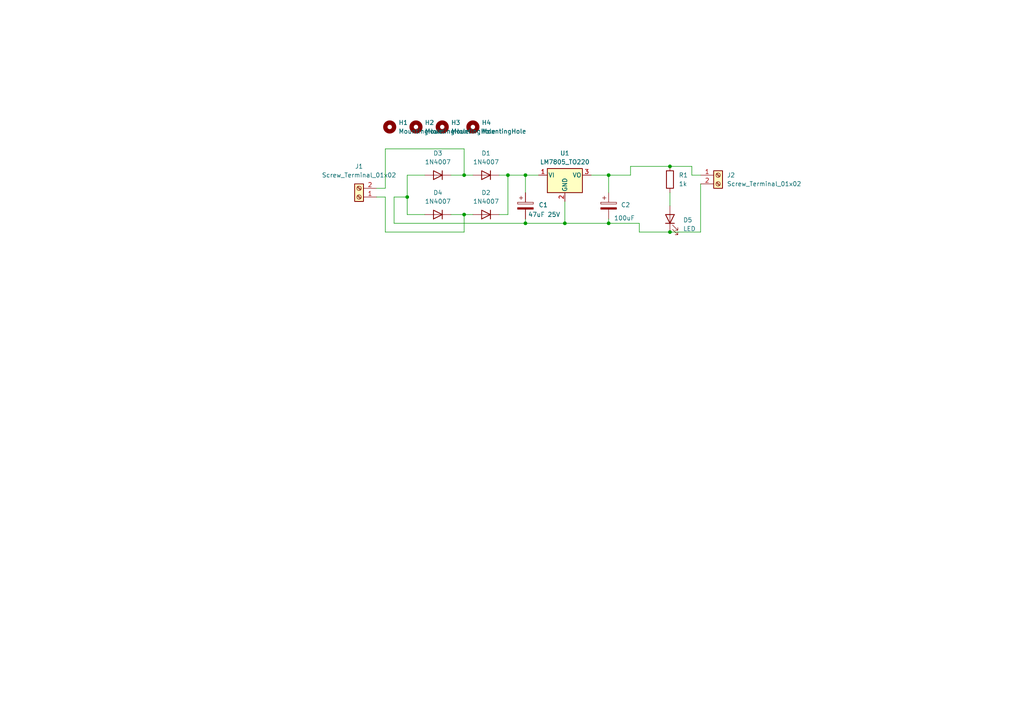
<source format=kicad_sch>
(kicad_sch (version 20231120) (generator "eeschema") (generator_version "8.0")
  (paper "A4")
  (lib_symbols
    (symbol "Connector:Screw_Terminal_01x02" (pin_names (offset 1.016) hide)
      (property "Reference" "J" (at 0 2.54 0))
      (property "Value" "Screw_Terminal_01x02" (at 0 -5.08 0))
      (symbol "Screw_Terminal_01x02_1_1"
        (rectangle (start -1.27 1.27) (end 1.27 -3.81) (stroke (width 0.254)) (fill (type background)))
        (circle (center 0 -2.54) (radius 0.635) (stroke (width 0.1524)))
        (polyline (pts (xy -0.5334 -2.2098) (xy 0.3302 -3.048)) (stroke (width 0.1524)))
        (polyline (pts (xy -0.5334 0.3302) (xy 0.3302 -0.508)) (stroke (width 0.1524)))
        (polyline (pts (xy -0.3556 -2.032) (xy 0.508 -2.8702)) (stroke (width 0.1524)))
        (polyline (pts (xy -0.3556 0.508) (xy 0.508 -0.3302)) (stroke (width 0.1524)))
        (circle (center 0 0) (radius 0.635) (stroke (width 0.1524)))
        (pin passive line (at -5.08 0 0) (length 3.81) (name "Pin_1") (number "1"))
        (pin passive line (at -5.08 -2.54 0) (length 3.81) (name "Pin_2") (number "2"))
      )
    )
    (symbol "Device:C_Polarized" (pin_numbers hide) (pin_names (offset 0.254))
      (property "Reference" "C" (at 0.635 2.54 0))
      (property "Value" "C_Polarized" (at 0.635 -2.54 0))
      (symbol "C_Polarized_0_1"
        (rectangle (start -2.286 0.508) (end 2.286 1.016))
        (polyline (pts (xy -1.778 2.286) (xy -0.762 2.286)))
        (polyline (pts (xy -1.27 2.794) (xy -1.27 1.778)))
        (rectangle (start 2.286 -0.508) (end -2.286 -1.016) (fill (type outline)))
      )
      (symbol "C_Polarized_1_1"
        (pin passive line (at 0 3.81 270) (length 2.794) (name "~") (number "1"))
        (pin passive line (at 0 -3.81 90) (length 2.794) (name "~") (number "2"))
      )
    )
    (symbol "Device:LED" (pin_numbers hide) (pin_names (offset 1.016) hide)
      (property "Reference" "D" (at 0 2.54 0))
      (property "Value" "LED" (at 0 -2.54 0))
      (symbol "LED_0_1"
        (polyline (pts (xy -1.27 -1.27) (xy -1.27 1.27)) (stroke (width 0.254)))
        (polyline (pts (xy -1.27 0) (xy 1.27 0)))
        (polyline (pts (xy 1.27 -1.27) (xy 1.27 1.27) (xy -1.27 0) (xy 1.27 -1.27)) (stroke (width 0.254)))
        (polyline (pts (xy -3.048 -0.762) (xy -4.572 -2.286) (xy -3.81 -2.286) (xy -4.572 -2.286) (xy -4.572 -1.524)))
        (polyline (pts (xy -1.778 -0.762) (xy -3.302 -2.286) (xy -2.54 -2.286) (xy -3.302 -2.286) (xy -3.302 -1.524)))
      )
      (symbol "LED_1_1"
        (pin passive line (at -3.81 0 0) (length 2.54) (name "K") (number "1"))
        (pin passive line (at 3.81 0 180) (length 2.54) (name "A") (number "2"))
      )
    )
    (symbol "Device:R" (pin_numbers hide) (pin_names (offset 0))
      (property "Reference" "R" (at 2.032 0 90))
      (property "Value" "R" (at 0 0 90))
      (symbol "R_0_1"
        (rectangle (start -1.016 -2.54) (end 1.016 2.54) (stroke (width 0.254)))
      )
      (symbol "R_1_1"
        (pin passive line (at 0 3.81 270) (length 1.27) (name "~") (number "1"))
        (pin passive line (at 0 -3.81 90) (length 1.27) (name "~") (number "2"))
      )
    )
    (symbol "Diode:1N4007" (pin_numbers hide) (pin_names hide)
      (property "Reference" "D" (at 0 2.54 0))
      (property "Value" "1N4007" (at 0 -2.54 0))
      (symbol "1N4007_0_1"
        (polyline (pts (xy -1.27 1.27) (xy -1.27 -1.27)) (stroke (width 0.254)))
        (polyline (pts (xy 1.27 0) (xy -1.27 0)))
        (polyline (pts (xy 1.27 1.27) (xy 1.27 -1.27) (xy -1.27 0) (xy 1.27 1.27)) (stroke (width 0.254)))
      )
      (symbol "1N4007_1_1"
        (pin passive line (at -3.81 0 0) (length 2.54) (name "K") (number "1"))
        (pin passive line (at 3.81 0 180) (length 2.54) (name "A") (number "2"))
      )
    )
    (symbol "Mechanical:MountingHole" (pin_names (offset 1.016))
      (property "Reference" "H" (at 0 5.08 0))
      (property "Value" "MountingHole" (at 0 3.175 0))
      (symbol "MountingHole_0_1"
        (circle (center 0 0) (radius 1.27) (stroke (width 1.27)))
      )
    )
    (symbol "Regulator_Linear:LM7805_TO220" (pin_names (offset 0.254))
      (property "Reference" "U" (at -3.81 3.175 0))
      (property "Value" "LM7805_TO220" (at 0 3.175 0))
      (symbol "LM7805_TO220_0_1"
        (rectangle (start -5.08 1.905) (end 5.08 -5.08) (stroke (width 0.254)) (fill (type background)))
      )
      (symbol "LM7805_TO220_1_1"
        (pin power_in line (at -7.62 0 0) (length 2.54) (name "VI") (number "1"))
        (pin power_in line (at 0 -7.62 90) (length 2.54) (name "GND") (number "2"))
        (pin power_out line (at 7.62 0 180) (length 2.54) (name "VO") (number "3"))
      )
    )
  )
  (junction (at 194.31 67.31))
  (junction (at 163.83 64.77))
  (junction (at 134.62 62.23))
  (junction (at 152.4 64.77))
  (junction (at 176.53 64.77))
  (junction (at 118.11 57.15))
  (junction (at 194.31 48.26))
  (junction (at 134.62 50.8))
  (junction (at 147.32 50.8))
  (junction (at 176.53 50.8))
  (junction (at 152.4 50.8))
  (wire (pts (xy 176.53 50.8) (xy 182.88 50.8)))
  (wire (pts (xy 200.66 48.26) (xy 194.31 48.26)))
  (wire (pts (xy 134.62 62.23) (xy 137.16 62.23)))
  (wire (pts (xy 114.3 57.15) (xy 118.11 57.15)))
  (wire (pts (xy 152.4 64.77) (xy 114.3 64.77)))
  (wire (pts (xy 194.31 55.88) (xy 194.31 59.69)))
  (wire (pts (xy 134.62 50.8) (xy 134.62 43.18)))
  (wire (pts (xy 111.76 43.18) (xy 111.76 54.61)))
  (wire (pts (xy 163.83 64.77) (xy 152.4 64.77)))
  (wire (pts (xy 203.2 50.8) (xy 200.66 50.8)))
  (wire (pts (xy 118.11 50.8) (xy 118.11 57.15)))
  (wire (pts (xy 134.62 43.18) (xy 111.76 43.18)))
  (wire (pts (xy 109.22 57.15) (xy 111.76 57.15)))
  (wire (pts (xy 200.66 50.8) (xy 200.66 48.26)))
  (wire (pts (xy 152.4 50.8) (xy 156.21 50.8)))
  (wire (pts (xy 194.31 67.31) (xy 203.2 67.31)))
  (wire (pts (xy 144.78 50.8) (xy 147.32 50.8)))
  (wire (pts (xy 114.3 64.77) (xy 114.3 57.15)))
  (wire (pts (xy 123.19 50.8) (xy 118.11 50.8)))
  (wire (pts (xy 111.76 57.15) (xy 111.76 67.31)))
  (wire (pts (xy 152.4 63.5) (xy 152.4 64.77)))
  (wire (pts (xy 185.42 64.77) (xy 185.42 67.31)))
  (wire (pts (xy 130.81 62.23) (xy 134.62 62.23)))
  (wire (pts (xy 147.32 50.8) (xy 152.4 50.8)))
  (wire (pts (xy 118.11 57.15) (xy 118.11 62.23)))
  (wire (pts (xy 182.88 48.26) (xy 194.31 48.26)))
  (wire (pts (xy 130.81 50.8) (xy 134.62 50.8)))
  (wire (pts (xy 147.32 50.8) (xy 147.32 62.23)))
  (wire (pts (xy 171.45 50.8) (xy 176.53 50.8)))
  (wire (pts (xy 111.76 54.61) (xy 109.22 54.61)))
  (wire (pts (xy 163.83 58.42) (xy 163.83 64.77)))
  (wire (pts (xy 176.53 63.5) (xy 176.53 64.77)))
  (wire (pts (xy 134.62 50.8) (xy 137.16 50.8)))
  (wire (pts (xy 152.4 50.8) (xy 152.4 55.88)))
  (wire (pts (xy 203.2 53.34) (xy 203.2 67.31)))
  (wire (pts (xy 111.76 67.31) (xy 134.62 67.31)))
  (wire (pts (xy 147.32 62.23) (xy 144.78 62.23)))
  (wire (pts (xy 118.11 62.23) (xy 123.19 62.23)))
  (wire (pts (xy 176.53 64.77) (xy 185.42 64.77)))
  (wire (pts (xy 176.53 64.77) (xy 163.83 64.77)))
  (wire (pts (xy 134.62 67.31) (xy 134.62 62.23)))
  (wire (pts (xy 182.88 50.8) (xy 182.88 48.26)))
  (wire (pts (xy 185.42 67.31) (xy 194.31 67.31)))
  (wire (pts (xy 176.53 50.8) (xy 176.53 55.88)))
  (symbol (lib_id "Mechanical:MountingHole") (at 128.27 36.83 0) (unit 1)
    (property "Reference" "H3" (at 130.81 35.5599 0) (effects (justify left)))
    (property "Value" "MountingHole" (at 130.81 38.0999 0) (effects (justify left)))
    (property "Footprint" "MountingHole:MountingHole_2.2mm_M2_Pad_TopBottom" (effects (hide yes)))
    (property "Description" "Mounting Hole without connection" (effects (hide yes)))
  )
  (symbol (lib_id "Device:C_Polarized") (at 176.53 59.69 0) (unit 1)
    (property "Reference" "C2" (at 180.086 59.436 0) (effects (justify left)))
    (property "Value" "100uF" (at 178.054 63.246 0) (effects (justify left)))
    (property "Footprint" "Capacitor_THT:CP_Radial_D8.0mm_P3.50mm" (effects (hide yes)))
    (property "Description" "Polarized capacitor" (effects (hide yes)))
  )
  (symbol (lib_id "Connector:Screw_Terminal_01x02") (at 208.28 50.8 0) (unit 1)
    (property "Reference" "J2" (at 210.82 50.7999 0) (effects (justify left)))
    (property "Value" "Screw_Terminal_01x02" (at 210.82 53.3399 0) (effects (justify left)))
    (property "Footprint" "TerminalBlock:TerminalBlock_bornier-2_P5.08mm" (effects (hide yes)))
    (property "Description" "Generic screw terminal, single row, 01x02, script generated (kicad-library-utils/schlib/autogen/connector/)" (effects (hide yes)))
  )
  (symbol (lib_id "Device:LED") (at 194.31 63.5 90) (unit 1)
    (property "Reference" "D5" (at 198.12 63.8174 90) (effects (justify right)))
    (property "Value" "LED" (at 198.12 66.3574 90) (effects (justify right)))
    (property "Footprint" "LED_THT:LED_D3.0mm_Clear" (effects (hide yes)))
    (property "Description" "Light emitting diode" (effects (hide yes)))
  )
  (symbol (lib_id "Mechanical:MountingHole") (at 137.16 36.83 0) (unit 1)
    (property "Reference" "H4" (at 139.7 35.5599 0) (effects (justify left)))
    (property "Value" "MountingHole" (at 139.7 38.0999 0) (effects (justify left)))
    (property "Footprint" "MountingHole:MountingHole_2.2mm_M2_Pad_TopBottom" (effects (hide yes)))
    (property "Description" "Mounting Hole without connection" (effects (hide yes)))
  )
  (symbol (lib_id "Diode:1N4007") (at 140.97 62.23 180) (unit 1)
    (property "Reference" "D2" (at 140.97 55.88 0))
    (property "Value" "1N4007" (at 140.97 58.42 0))
    (property "Footprint" "Diode_THT:D_DO-41_SOD81_P10.16mm_Horizontal" (effects (hide yes)))
    (property "Datasheet" "http://www.vishay.com/docs/88503/1n4001.pdf" (effects (hide yes)))
    (property "Description" "1000V 1A General Purpose Rectifier Diode, DO-41" (effects (hide yes)))
    (property "Sim.Device" "D" (effects (hide yes)))
    (property "Sim.Pins" "1=K 2=A" (effects (hide yes)))
  )
  (symbol (lib_id "Device:R") (at 194.31 52.07 0) (unit 1)
    (property "Reference" "R1" (at 196.85 50.7999 0) (effects (justify left)))
    (property "Value" "1k" (at 196.85 53.3399 0) (effects (justify left)))
    (property "Footprint" "Resistor_THT:R_Axial_DIN0204_L3.6mm_D1.6mm_P7.62mm_Horizontal" (effects (hide yes)))
    (property "Description" "Resistor" (effects (hide yes)))
  )
  (symbol (lib_id "Diode:1N4007") (at 127 50.8 180) (unit 1)
    (property "Reference" "D3" (at 127 44.45 0))
    (property "Value" "1N4007" (at 127 46.99 0))
    (property "Footprint" "Diode_THT:D_DO-41_SOD81_P10.16mm_Horizontal" (effects (hide yes)))
    (property "Datasheet" "http://www.vishay.com/docs/88503/1n4001.pdf" (effects (hide yes)))
    (property "Description" "1000V 1A General Purpose Rectifier Diode, DO-41" (effects (hide yes)))
    (property "Sim.Device" "D" (effects (hide yes)))
    (property "Sim.Pins" "1=K 2=A" (effects (hide yes)))
  )
  (symbol (lib_id "Diode:1N4007") (at 127 62.23 180) (unit 1)
    (property "Reference" "D4" (at 127 55.88 0))
    (property "Value" "1N4007" (at 127 58.42 0))
    (property "Footprint" "Diode_THT:D_DO-41_SOD81_P10.16mm_Horizontal" (effects (hide yes)))
    (property "Datasheet" "http://www.vishay.com/docs/88503/1n4001.pdf" (effects (hide yes)))
    (property "Description" "1000V 1A General Purpose Rectifier Diode, DO-41" (effects (hide yes)))
    (property "Sim.Device" "D" (effects (hide yes)))
    (property "Sim.Pins" "1=K 2=A" (effects (hide yes)))
  )
  (symbol (lib_id "Connector:Screw_Terminal_01x02") (at 104.14 57.15 180) (unit 1)
    (property "Reference" "J1" (at 104.14 48.26 0))
    (property "Value" "Screw_Terminal_01x02" (at 104.14 50.8 0))
    (property "Footprint" "TerminalBlock:TerminalBlock_bornier-2_P5.08mm" (effects (hide yes)))
    (property "Description" "Generic screw terminal, single row, 01x02, script generated (kicad-library-utils/schlib/autogen/connector/)" (effects (hide yes)))
  )
  (symbol (lib_id "Regulator_Linear:LM7805_TO220") (at 163.83 50.8 0) (unit 1)
    (property "Reference" "U1" (at 163.83 44.45 0))
    (property "Value" "LM7805_TO220" (at 163.83 46.99 0))
    (property "Footprint" "Package_TO_SOT_THT:TO-220F-3_Vertical" (effects (hide yes)))
    (property "Datasheet" "https://www.onsemi.cn/PowerSolutions/document/MC7800-D.PDF" (effects (hide yes)))
    (property "Description" "Positive 1A 35V Linear Regulator, Fixed Output 5V, TO-220" (effects (hide yes)))
  )
  (symbol (lib_id "Mechanical:MountingHole") (at 120.65 36.83 0) (unit 1)
    (property "Reference" "H2" (at 123.19 35.5599 0) (effects (justify left)))
    (property "Value" "MountingHole" (at 123.19 38.0999 0) (effects (justify left)))
    (property "Footprint" "MountingHole:MountingHole_2.2mm_M2_Pad_TopBottom" (effects (hide yes)))
    (property "Description" "Mounting Hole without connection" (effects (hide yes)))
  )
  (symbol (lib_id "Mechanical:MountingHole") (at 113.03 36.83 0) (unit 1)
    (property "Reference" "H1" (at 115.57 35.5599 0) (effects (justify left)))
    (property "Value" "MountingHole" (at 115.57 38.0999 0) (effects (justify left)))
    (property "Footprint" "MountingHole:MountingHole_2.2mm_M2_Pad_TopBottom" (effects (hide yes)))
    (property "Description" "Mounting Hole without connection" (effects (hide yes)))
  )
  (symbol (lib_id "Device:C_Polarized") (at 152.4 59.69 0) (unit 1)
    (property "Reference" "C1" (at 156.21 59.436 0) (effects (justify left)))
    (property "Value" "47uF 25V" (at 153.162 62.23 0) (effects (justify left)))
    (property "Footprint" "Capacitor_THT:CP_Radial_D8.0mm_P3.80mm" (effects (hide yes)))
    (property "Description" "Polarized capacitor" (effects (hide yes)))
  )
  (symbol (lib_id "Diode:1N4007") (at 140.97 50.8 180) (unit 1)
    (property "Reference" "D1" (at 140.97 44.45 0))
    (property "Value" "1N4007" (at 140.97 46.99 0))
    (property "Footprint" "Diode_THT:D_DO-41_SOD81_P10.16mm_Horizontal" (effects (hide yes)))
    (property "Datasheet" "http://www.vishay.com/docs/88503/1n4001.pdf" (effects (hide yes)))
    (property "Description" "1000V 1A General Purpose Rectifier Diode, DO-41" (effects (hide yes)))
    (property "Sim.Device" "D" (effects (hide yes)))
    (property "Sim.Pins" "1=K 2=A" (effects (hide yes)))
  )
)
</source>
